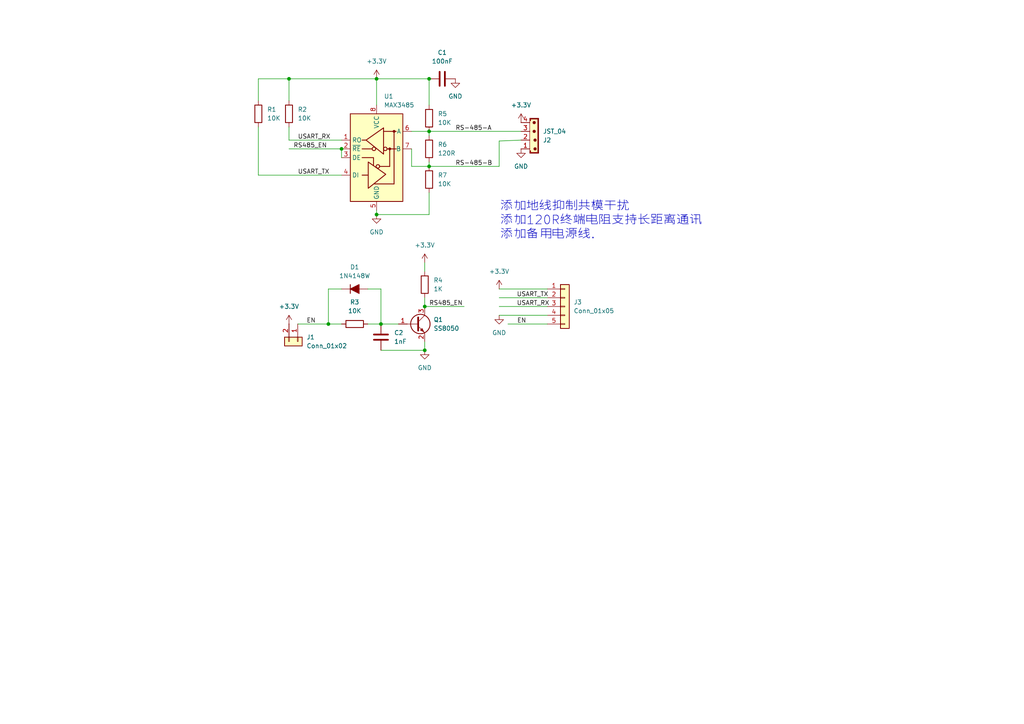
<source format=kicad_sch>
(kicad_sch
	(version 20250114)
	(generator "eeschema")
	(generator_version "9.0")
	(uuid "760b0e72-7728-4bb0-adbe-43628385549d")
	(paper "A4")
	(lib_symbols
		(symbol "Connector_Generic:Conn_01x02"
			(pin_names
				(offset 1.016)
				(hide yes)
			)
			(exclude_from_sim no)
			(in_bom yes)
			(on_board yes)
			(property "Reference" "J"
				(at 0 2.54 0)
				(effects
					(font
						(size 1.27 1.27)
					)
				)
			)
			(property "Value" "Conn_01x02"
				(at 0 -5.08 0)
				(effects
					(font
						(size 1.27 1.27)
					)
				)
			)
			(property "Footprint" ""
				(at 0 0 0)
				(effects
					(font
						(size 1.27 1.27)
					)
					(hide yes)
				)
			)
			(property "Datasheet" "~"
				(at 0 0 0)
				(effects
					(font
						(size 1.27 1.27)
					)
					(hide yes)
				)
			)
			(property "Description" "Generic connector, single row, 01x02, script generated (kicad-library-utils/schlib/autogen/connector/)"
				(at 0 0 0)
				(effects
					(font
						(size 1.27 1.27)
					)
					(hide yes)
				)
			)
			(property "ki_keywords" "connector"
				(at 0 0 0)
				(effects
					(font
						(size 1.27 1.27)
					)
					(hide yes)
				)
			)
			(property "ki_fp_filters" "Connector*:*_1x??_*"
				(at 0 0 0)
				(effects
					(font
						(size 1.27 1.27)
					)
					(hide yes)
				)
			)
			(symbol "Conn_01x02_1_1"
				(rectangle
					(start -1.27 1.27)
					(end 1.27 -3.81)
					(stroke
						(width 0.254)
						(type default)
					)
					(fill
						(type background)
					)
				)
				(rectangle
					(start -1.27 0.127)
					(end 0 -0.127)
					(stroke
						(width 0.1524)
						(type default)
					)
					(fill
						(type none)
					)
				)
				(rectangle
					(start -1.27 -2.413)
					(end 0 -2.667)
					(stroke
						(width 0.1524)
						(type default)
					)
					(fill
						(type none)
					)
				)
				(pin passive line
					(at -5.08 0 0)
					(length 3.81)
					(name "Pin_1"
						(effects
							(font
								(size 1.27 1.27)
							)
						)
					)
					(number "1"
						(effects
							(font
								(size 1.27 1.27)
							)
						)
					)
				)
				(pin passive line
					(at -5.08 -2.54 0)
					(length 3.81)
					(name "Pin_2"
						(effects
							(font
								(size 1.27 1.27)
							)
						)
					)
					(number "2"
						(effects
							(font
								(size 1.27 1.27)
							)
						)
					)
				)
			)
			(embedded_fonts no)
		)
		(symbol "Connector_Generic:Conn_01x05"
			(pin_names
				(offset 1.016)
				(hide yes)
			)
			(exclude_from_sim no)
			(in_bom yes)
			(on_board yes)
			(property "Reference" "J"
				(at 0 7.62 0)
				(effects
					(font
						(size 1.27 1.27)
					)
				)
			)
			(property "Value" "Conn_01x05"
				(at 0 -7.62 0)
				(effects
					(font
						(size 1.27 1.27)
					)
				)
			)
			(property "Footprint" ""
				(at 0 0 0)
				(effects
					(font
						(size 1.27 1.27)
					)
					(hide yes)
				)
			)
			(property "Datasheet" "~"
				(at 0 0 0)
				(effects
					(font
						(size 1.27 1.27)
					)
					(hide yes)
				)
			)
			(property "Description" "Generic connector, single row, 01x05, script generated (kicad-library-utils/schlib/autogen/connector/)"
				(at 0 0 0)
				(effects
					(font
						(size 1.27 1.27)
					)
					(hide yes)
				)
			)
			(property "ki_keywords" "connector"
				(at 0 0 0)
				(effects
					(font
						(size 1.27 1.27)
					)
					(hide yes)
				)
			)
			(property "ki_fp_filters" "Connector*:*_1x??_*"
				(at 0 0 0)
				(effects
					(font
						(size 1.27 1.27)
					)
					(hide yes)
				)
			)
			(symbol "Conn_01x05_1_1"
				(rectangle
					(start -1.27 6.35)
					(end 1.27 -6.35)
					(stroke
						(width 0.254)
						(type default)
					)
					(fill
						(type background)
					)
				)
				(rectangle
					(start -1.27 5.207)
					(end 0 4.953)
					(stroke
						(width 0.1524)
						(type default)
					)
					(fill
						(type none)
					)
				)
				(rectangle
					(start -1.27 2.667)
					(end 0 2.413)
					(stroke
						(width 0.1524)
						(type default)
					)
					(fill
						(type none)
					)
				)
				(rectangle
					(start -1.27 0.127)
					(end 0 -0.127)
					(stroke
						(width 0.1524)
						(type default)
					)
					(fill
						(type none)
					)
				)
				(rectangle
					(start -1.27 -2.413)
					(end 0 -2.667)
					(stroke
						(width 0.1524)
						(type default)
					)
					(fill
						(type none)
					)
				)
				(rectangle
					(start -1.27 -4.953)
					(end 0 -5.207)
					(stroke
						(width 0.1524)
						(type default)
					)
					(fill
						(type none)
					)
				)
				(pin passive line
					(at -5.08 5.08 0)
					(length 3.81)
					(name "Pin_1"
						(effects
							(font
								(size 1.27 1.27)
							)
						)
					)
					(number "1"
						(effects
							(font
								(size 1.27 1.27)
							)
						)
					)
				)
				(pin passive line
					(at -5.08 2.54 0)
					(length 3.81)
					(name "Pin_2"
						(effects
							(font
								(size 1.27 1.27)
							)
						)
					)
					(number "2"
						(effects
							(font
								(size 1.27 1.27)
							)
						)
					)
				)
				(pin passive line
					(at -5.08 0 0)
					(length 3.81)
					(name "Pin_3"
						(effects
							(font
								(size 1.27 1.27)
							)
						)
					)
					(number "3"
						(effects
							(font
								(size 1.27 1.27)
							)
						)
					)
				)
				(pin passive line
					(at -5.08 -2.54 0)
					(length 3.81)
					(name "Pin_4"
						(effects
							(font
								(size 1.27 1.27)
							)
						)
					)
					(number "4"
						(effects
							(font
								(size 1.27 1.27)
							)
						)
					)
				)
				(pin passive line
					(at -5.08 -5.08 0)
					(length 3.81)
					(name "Pin_5"
						(effects
							(font
								(size 1.27 1.27)
							)
						)
					)
					(number "5"
						(effects
							(font
								(size 1.27 1.27)
							)
						)
					)
				)
			)
			(embedded_fonts no)
		)
		(symbol "Interface_UART:MAX3485"
			(exclude_from_sim no)
			(in_bom yes)
			(on_board yes)
			(property "Reference" "U"
				(at -6.985 13.97 0)
				(effects
					(font
						(size 1.27 1.27)
					)
				)
			)
			(property "Value" "MAX3485"
				(at 1.905 13.97 0)
				(effects
					(font
						(size 1.27 1.27)
					)
					(justify left)
				)
			)
			(property "Footprint" "Package_SO:SOIC-8_3.9x4.9mm_P1.27mm"
				(at 0 -22.86 0)
				(effects
					(font
						(size 1.27 1.27)
					)
					(hide yes)
				)
			)
			(property "Datasheet" "https://datasheets.maximintegrated.com/en/ds/MAX3483-MAX3491.pdf"
				(at 0 1.27 0)
				(effects
					(font
						(size 1.27 1.27)
					)
					(hide yes)
				)
			)
			(property "Description" "True RS-485/RS-422, 10Mbps, Slew-Rate Limited, with low-power shutdown, with receiver/driver enable, 32 receiver drive capacitity, DIP-8 and SOIC-8"
				(at 0 0 0)
				(effects
					(font
						(size 1.27 1.27)
					)
					(hide yes)
				)
			)
			(property "ki_keywords" "RS-485 RS-422 UART line-driver transceiver"
				(at 0 0 0)
				(effects
					(font
						(size 1.27 1.27)
					)
					(hide yes)
				)
			)
			(property "ki_fp_filters" "DIP*W7.62mm* SOIC*3.9x4.9mm*P1.27mm*"
				(at 0 0 0)
				(effects
					(font
						(size 1.27 1.27)
					)
					(hide yes)
				)
			)
			(symbol "MAX3485_0_1"
				(rectangle
					(start -7.62 12.7)
					(end 7.62 -12.7)
					(stroke
						(width 0.254)
						(type default)
					)
					(fill
						(type background)
					)
				)
				(polyline
					(pts
						(xy -4.191 2.54) (xy -1.27 2.54)
					)
					(stroke
						(width 0.254)
						(type default)
					)
					(fill
						(type none)
					)
				)
				(polyline
					(pts
						(xy -4.191 0) (xy -0.889 0) (xy -0.889 -2.286)
					)
					(stroke
						(width 0.254)
						(type default)
					)
					(fill
						(type none)
					)
				)
				(polyline
					(pts
						(xy -3.175 5.08) (xy -4.191 5.08) (xy -4.064 5.08)
					)
					(stroke
						(width 0.254)
						(type default)
					)
					(fill
						(type none)
					)
				)
				(polyline
					(pts
						(xy -2.54 -5.08) (xy -4.191 -5.08)
					)
					(stroke
						(width 0.254)
						(type default)
					)
					(fill
						(type none)
					)
				)
				(polyline
					(pts
						(xy -2.413 -5.08) (xy -2.413 -1.27) (xy 2.667 -4.826) (xy -2.413 -8.89) (xy -2.413 -5.08)
					)
					(stroke
						(width 0.254)
						(type default)
					)
					(fill
						(type none)
					)
				)
				(polyline
					(pts
						(xy -0.635 -7.62) (xy 5.08 -7.62)
					)
					(stroke
						(width 0.254)
						(type default)
					)
					(fill
						(type none)
					)
				)
				(circle
					(center 0.381 -2.54)
					(radius 0.508)
					(stroke
						(width 0.254)
						(type default)
					)
					(fill
						(type none)
					)
				)
				(polyline
					(pts
						(xy 0.889 -2.54) (xy 3.81 -2.54)
					)
					(stroke
						(width 0.254)
						(type default)
					)
					(fill
						(type none)
					)
				)
				(polyline
					(pts
						(xy 2.032 7.62) (xy 5.715 7.62)
					)
					(stroke
						(width 0.254)
						(type default)
					)
					(fill
						(type none)
					)
				)
				(polyline
					(pts
						(xy 3.048 2.54) (xy 5.715 2.54)
					)
					(stroke
						(width 0.254)
						(type default)
					)
					(fill
						(type none)
					)
				)
				(circle
					(center 3.81 2.54)
					(radius 0.2794)
					(stroke
						(width 0.254)
						(type default)
					)
					(fill
						(type outline)
					)
				)
				(polyline
					(pts
						(xy 3.81 -2.54) (xy 3.81 2.54)
					)
					(stroke
						(width 0.254)
						(type default)
					)
					(fill
						(type none)
					)
				)
				(polyline
					(pts
						(xy 5.08 -7.62) (xy 5.08 7.62)
					)
					(stroke
						(width 0.254)
						(type default)
					)
					(fill
						(type none)
					)
				)
			)
			(symbol "MAX3485_1_1"
				(circle
					(center -0.762 2.54)
					(radius 0.508)
					(stroke
						(width 0.254)
						(type default)
					)
					(fill
						(type none)
					)
				)
				(polyline
					(pts
						(xy 2.032 4.826) (xy 2.032 8.636) (xy -3.048 5.08) (xy 2.032 1.016) (xy 2.032 4.826)
					)
					(stroke
						(width 0.254)
						(type default)
					)
					(fill
						(type none)
					)
				)
				(circle
					(center 2.54 2.54)
					(radius 0.508)
					(stroke
						(width 0.254)
						(type default)
					)
					(fill
						(type none)
					)
				)
				(circle
					(center 5.08 7.62)
					(radius 0.2794)
					(stroke
						(width 0.254)
						(type default)
					)
					(fill
						(type outline)
					)
				)
				(pin output line
					(at -10.16 5.08 0)
					(length 2.54)
					(name "RO"
						(effects
							(font
								(size 1.27 1.27)
							)
						)
					)
					(number "1"
						(effects
							(font
								(size 1.27 1.27)
							)
						)
					)
				)
				(pin input line
					(at -10.16 2.54 0)
					(length 2.54)
					(name "~{RE}"
						(effects
							(font
								(size 1.27 1.27)
							)
						)
					)
					(number "2"
						(effects
							(font
								(size 1.27 1.27)
							)
						)
					)
				)
				(pin input line
					(at -10.16 0 0)
					(length 2.54)
					(name "DE"
						(effects
							(font
								(size 1.27 1.27)
							)
						)
					)
					(number "3"
						(effects
							(font
								(size 1.27 1.27)
							)
						)
					)
				)
				(pin input line
					(at -10.16 -5.08 0)
					(length 2.54)
					(name "DI"
						(effects
							(font
								(size 1.27 1.27)
							)
						)
					)
					(number "4"
						(effects
							(font
								(size 1.27 1.27)
							)
						)
					)
				)
				(pin power_in line
					(at 0 15.24 270)
					(length 2.54)
					(name "VCC"
						(effects
							(font
								(size 1.27 1.27)
							)
						)
					)
					(number "8"
						(effects
							(font
								(size 1.27 1.27)
							)
						)
					)
				)
				(pin power_in line
					(at 0 -15.24 90)
					(length 2.54)
					(name "GND"
						(effects
							(font
								(size 1.27 1.27)
							)
						)
					)
					(number "5"
						(effects
							(font
								(size 1.27 1.27)
							)
						)
					)
				)
				(pin bidirectional line
					(at 10.16 7.62 180)
					(length 2.54)
					(name "A"
						(effects
							(font
								(size 1.27 1.27)
							)
						)
					)
					(number "6"
						(effects
							(font
								(size 1.27 1.27)
							)
						)
					)
				)
				(pin bidirectional line
					(at 10.16 2.54 180)
					(length 2.54)
					(name "B"
						(effects
							(font
								(size 1.27 1.27)
							)
						)
					)
					(number "7"
						(effects
							(font
								(size 1.27 1.27)
							)
						)
					)
				)
			)
			(embedded_fonts no)
		)
		(symbol "PCM_Capacitor_AKL:C_1206"
			(pin_numbers
				(hide yes)
			)
			(pin_names
				(offset 0.254)
			)
			(exclude_from_sim no)
			(in_bom yes)
			(on_board yes)
			(property "Reference" "C"
				(at 0.635 2.54 0)
				(effects
					(font
						(size 1.27 1.27)
					)
					(justify left)
				)
			)
			(property "Value" "C_1206"
				(at 0.635 -2.54 0)
				(effects
					(font
						(size 1.27 1.27)
					)
					(justify left)
				)
			)
			(property "Footprint" "PCM_Capacitor_SMD_AKL:C_1206_3216Metric"
				(at 0.9652 -3.81 0)
				(effects
					(font
						(size 1.27 1.27)
					)
					(hide yes)
				)
			)
			(property "Datasheet" "~"
				(at 0 0 0)
				(effects
					(font
						(size 1.27 1.27)
					)
					(hide yes)
				)
			)
			(property "Description" "SMD 1206 MLCC capacitor, Alternate KiCad Library"
				(at 0 0 0)
				(effects
					(font
						(size 1.27 1.27)
					)
					(hide yes)
				)
			)
			(property "ki_keywords" "cap capacitor ceramic chip mlcc smd 1206"
				(at 0 0 0)
				(effects
					(font
						(size 1.27 1.27)
					)
					(hide yes)
				)
			)
			(property "ki_fp_filters" "C_*"
				(at 0 0 0)
				(effects
					(font
						(size 1.27 1.27)
					)
					(hide yes)
				)
			)
			(symbol "C_1206_0_1"
				(polyline
					(pts
						(xy -2.032 0.762) (xy 2.032 0.762)
					)
					(stroke
						(width 0.508)
						(type default)
					)
					(fill
						(type none)
					)
				)
				(polyline
					(pts
						(xy -2.032 -0.762) (xy 2.032 -0.762)
					)
					(stroke
						(width 0.508)
						(type default)
					)
					(fill
						(type none)
					)
				)
			)
			(symbol "C_1206_0_2"
				(polyline
					(pts
						(xy -2.54 -2.54) (xy -0.381 -0.381)
					)
					(stroke
						(width 0)
						(type default)
					)
					(fill
						(type none)
					)
				)
				(polyline
					(pts
						(xy -0.508 -0.508) (xy -1.651 0.635)
					)
					(stroke
						(width 0.508)
						(type default)
					)
					(fill
						(type none)
					)
				)
				(polyline
					(pts
						(xy -0.508 -0.508) (xy 0.635 -1.651)
					)
					(stroke
						(width 0.508)
						(type default)
					)
					(fill
						(type none)
					)
				)
				(polyline
					(pts
						(xy 0.381 0.381) (xy 2.54 2.54)
					)
					(stroke
						(width 0)
						(type default)
					)
					(fill
						(type none)
					)
				)
				(polyline
					(pts
						(xy 0.508 0.508) (xy -0.635 1.651)
					)
					(stroke
						(width 0.508)
						(type default)
					)
					(fill
						(type none)
					)
				)
				(polyline
					(pts
						(xy 0.508 0.508) (xy 1.651 -0.635)
					)
					(stroke
						(width 0.508)
						(type default)
					)
					(fill
						(type none)
					)
				)
			)
			(symbol "C_1206_1_1"
				(pin passive line
					(at 0 3.81 270)
					(length 2.794)
					(name "~"
						(effects
							(font
								(size 1.27 1.27)
							)
						)
					)
					(number "1"
						(effects
							(font
								(size 1.27 1.27)
							)
						)
					)
				)
				(pin passive line
					(at 0 -3.81 90)
					(length 2.794)
					(name "~"
						(effects
							(font
								(size 1.27 1.27)
							)
						)
					)
					(number "2"
						(effects
							(font
								(size 1.27 1.27)
							)
						)
					)
				)
			)
			(symbol "C_1206_1_2"
				(pin passive line
					(at -2.54 -2.54 90)
					(length 0)
					(name "~"
						(effects
							(font
								(size 1.27 1.27)
							)
						)
					)
					(number "2"
						(effects
							(font
								(size 1.27 1.27)
							)
						)
					)
				)
				(pin passive line
					(at 2.54 2.54 270)
					(length 0)
					(name "~"
						(effects
							(font
								(size 1.27 1.27)
							)
						)
					)
					(number "1"
						(effects
							(font
								(size 1.27 1.27)
							)
						)
					)
				)
			)
			(embedded_fonts no)
		)
		(symbol "PCM_Diode_AKL:1N4148W"
			(pin_numbers
				(hide yes)
			)
			(pin_names
				(offset 1.016)
				(hide yes)
			)
			(exclude_from_sim no)
			(in_bom yes)
			(on_board yes)
			(property "Reference" "D"
				(at 0 5.08 0)
				(effects
					(font
						(size 1.27 1.27)
					)
				)
			)
			(property "Value" "1N4148W"
				(at 0 2.54 0)
				(effects
					(font
						(size 1.27 1.27)
					)
				)
			)
			(property "Footprint" "PCM_Diode_SMD_AKL:D_SOD-123"
				(at 0 0 0)
				(effects
					(font
						(size 1.27 1.27)
					)
					(hide yes)
				)
			)
			(property "Datasheet" "https://datasheet.octopart.com/1N4148W-HE3-18-Vishay-datasheet-17291302.pdf"
				(at 0 0 0)
				(effects
					(font
						(size 1.27 1.27)
					)
					(hide yes)
				)
			)
			(property "Description" "SOD-123 Diode, Small Signal, Fast Switching, 75V, 150mA, 4ns, Alternate KiCad Library"
				(at 0 0 0)
				(effects
					(font
						(size 1.27 1.27)
					)
					(hide yes)
				)
			)
			(property "ki_keywords" "diode 1N4148W"
				(at 0 0 0)
				(effects
					(font
						(size 1.27 1.27)
					)
					(hide yes)
				)
			)
			(property "ki_fp_filters" "TO-???* *_Diode_* *SingleDiode* D_*"
				(at 0 0 0)
				(effects
					(font
						(size 1.27 1.27)
					)
					(hide yes)
				)
			)
			(symbol "1N4148W_0_1"
				(polyline
					(pts
						(xy -1.27 1.27) (xy -1.27 -1.27) (xy 1.27 0) (xy -1.27 1.27)
					)
					(stroke
						(width 0.254)
						(type default)
					)
					(fill
						(type outline)
					)
				)
				(polyline
					(pts
						(xy -1.27 0) (xy 1.27 0)
					)
					(stroke
						(width 0)
						(type default)
					)
					(fill
						(type none)
					)
				)
				(polyline
					(pts
						(xy 1.27 1.27) (xy 1.27 -1.27)
					)
					(stroke
						(width 0.254)
						(type default)
					)
					(fill
						(type none)
					)
				)
			)
			(symbol "1N4148W_0_2"
				(polyline
					(pts
						(xy -2.54 -2.54) (xy 2.54 2.54)
					)
					(stroke
						(width 0)
						(type default)
					)
					(fill
						(type none)
					)
				)
				(polyline
					(pts
						(xy -0.889 -0.889) (xy -1.778 0) (xy 0.889 0.889) (xy 0 -1.778) (xy -0.889 -0.889)
					)
					(stroke
						(width 0.254)
						(type default)
					)
					(fill
						(type outline)
					)
				)
				(polyline
					(pts
						(xy 0 1.778) (xy 1.778 0)
					)
					(stroke
						(width 0.254)
						(type default)
					)
					(fill
						(type none)
					)
				)
			)
			(symbol "1N4148W_1_1"
				(pin passive line
					(at -3.81 0 0)
					(length 2.54)
					(name "A"
						(effects
							(font
								(size 1.27 1.27)
							)
						)
					)
					(number "2"
						(effects
							(font
								(size 1.27 1.27)
							)
						)
					)
				)
				(pin passive line
					(at 3.81 0 180)
					(length 2.54)
					(name "K"
						(effects
							(font
								(size 1.27 1.27)
							)
						)
					)
					(number "1"
						(effects
							(font
								(size 1.27 1.27)
							)
						)
					)
				)
			)
			(symbol "1N4148W_1_2"
				(pin passive line
					(at -2.54 -2.54 0)
					(length 0)
					(name "A"
						(effects
							(font
								(size 1.27 1.27)
							)
						)
					)
					(number "2"
						(effects
							(font
								(size 1.27 1.27)
							)
						)
					)
				)
				(pin passive line
					(at 2.54 2.54 180)
					(length 0)
					(name "K"
						(effects
							(font
								(size 1.27 1.27)
							)
						)
					)
					(number "1"
						(effects
							(font
								(size 1.27 1.27)
							)
						)
					)
				)
			)
			(embedded_fonts no)
		)
		(symbol "PCM_Resistor_AKL:R_1206"
			(pin_numbers
				(hide yes)
			)
			(pin_names
				(offset 0)
			)
			(exclude_from_sim no)
			(in_bom yes)
			(on_board yes)
			(property "Reference" "R"
				(at 2.54 1.27 0)
				(effects
					(font
						(size 1.27 1.27)
					)
					(justify left)
				)
			)
			(property "Value" "R_1206"
				(at 2.54 -1.27 0)
				(effects
					(font
						(size 1.27 1.27)
					)
					(justify left)
				)
			)
			(property "Footprint" "PCM_Resistor_SMD_AKL:R_1206_3216Metric"
				(at 0 -11.43 0)
				(effects
					(font
						(size 1.27 1.27)
					)
					(hide yes)
				)
			)
			(property "Datasheet" "~"
				(at 0 0 0)
				(effects
					(font
						(size 1.27 1.27)
					)
					(hide yes)
				)
			)
			(property "Description" "SMD 1206 Chip Resistor, European Symbol, Alternate KiCad Library"
				(at 0 0 0)
				(effects
					(font
						(size 1.27 1.27)
					)
					(hide yes)
				)
			)
			(property "ki_keywords" "R res resistor eu  smd 1206"
				(at 0 0 0)
				(effects
					(font
						(size 1.27 1.27)
					)
					(hide yes)
				)
			)
			(property "ki_fp_filters" "R_*"
				(at 0 0 0)
				(effects
					(font
						(size 1.27 1.27)
					)
					(hide yes)
				)
			)
			(symbol "R_1206_0_1"
				(rectangle
					(start -1.016 2.54)
					(end 1.016 -2.54)
					(stroke
						(width 0.254)
						(type default)
					)
					(fill
						(type none)
					)
				)
			)
			(symbol "R_1206_0_2"
				(polyline
					(pts
						(xy -2.54 -2.54) (xy -1.524 -1.524)
					)
					(stroke
						(width 0)
						(type default)
					)
					(fill
						(type none)
					)
				)
				(polyline
					(pts
						(xy 1.524 1.524) (xy 2.54 2.54)
					)
					(stroke
						(width 0)
						(type default)
					)
					(fill
						(type none)
					)
				)
				(polyline
					(pts
						(xy 1.524 1.524) (xy 0.889 2.159) (xy -2.159 -0.889) (xy -0.889 -2.159) (xy 2.159 0.889) (xy 1.524 1.524)
					)
					(stroke
						(width 0.254)
						(type default)
					)
					(fill
						(type none)
					)
				)
			)
			(symbol "R_1206_1_1"
				(pin passive line
					(at 0 3.81 270)
					(length 1.27)
					(name "~"
						(effects
							(font
								(size 1.27 1.27)
							)
						)
					)
					(number "1"
						(effects
							(font
								(size 1.27 1.27)
							)
						)
					)
				)
				(pin passive line
					(at 0 -3.81 90)
					(length 1.27)
					(name "~"
						(effects
							(font
								(size 1.27 1.27)
							)
						)
					)
					(number "2"
						(effects
							(font
								(size 1.27 1.27)
							)
						)
					)
				)
			)
			(symbol "R_1206_1_2"
				(pin passive line
					(at -2.54 -2.54 0)
					(length 0)
					(name ""
						(effects
							(font
								(size 1.27 1.27)
							)
						)
					)
					(number "2"
						(effects
							(font
								(size 1.27 1.27)
							)
						)
					)
				)
				(pin passive line
					(at 2.54 2.54 180)
					(length 0)
					(name ""
						(effects
							(font
								(size 1.27 1.27)
							)
						)
					)
					(number "1"
						(effects
							(font
								(size 1.27 1.27)
							)
						)
					)
				)
			)
			(embedded_fonts no)
		)
		(symbol "PCM_SL_Connectors:JST_04"
			(exclude_from_sim no)
			(in_bom yes)
			(on_board yes)
			(property "Reference" "J"
				(at 0 10.414 0)
				(effects
					(font
						(size 1.27 1.27)
					)
				)
			)
			(property "Value" "JST_04"
				(at 0 7.874 0)
				(effects
					(font
						(size 1.27 1.27)
					)
				)
			)
			(property "Footprint" "Connector_JST:JST_EH_B4B-EH-A_1x04_P2.50mm_Vertical"
				(at 0 9.144 0)
				(effects
					(font
						(size 1.27 1.27)
					)
					(hide yes)
				)
			)
			(property "Datasheet" ""
				(at 0 9.144 0)
				(effects
					(font
						(size 1.27 1.27)
					)
					(hide yes)
				)
			)
			(property "Description" "JST Connector  4 pins"
				(at 0 0 0)
				(effects
					(font
						(size 1.27 1.27)
					)
					(hide yes)
				)
			)
			(property "ki_keywords" "JST"
				(at 0 0 0)
				(effects
					(font
						(size 1.27 1.27)
					)
					(hide yes)
				)
			)
			(property "ki_fp_filters" "Connector_JST:JST_EH_S4B-EH_1x04_P2.50mm_Horizontal"
				(at 0 0 0)
				(effects
					(font
						(size 1.27 1.27)
					)
					(hide yes)
				)
			)
			(symbol "JST_04_0_1"
				(rectangle
					(start -1.27 5.334)
					(end 1.27 -4.826)
					(stroke
						(width 0)
						(type default)
					)
					(fill
						(type background)
					)
				)
				(polyline
					(pts
						(xy -1.27 -4.064) (xy -1.27 -4.826) (xy 1.27 -4.826) (xy 1.27 -4.064) (xy 1.016 -4.064) (xy 1.016 -4.572)
						(xy -1.016 -4.572) (xy -1.016 -4.064) (xy -1.27 -4.064)
					)
					(stroke
						(width 0)
						(type default)
					)
					(fill
						(type outline)
					)
				)
				(circle
					(center 0 -1.016)
					(radius 0.381)
					(stroke
						(width 0)
						(type default)
					)
					(fill
						(type outline)
					)
				)
				(circle
					(center 0 -3.556)
					(radius 0.381)
					(stroke
						(width 0)
						(type default)
					)
					(fill
						(type outline)
					)
				)
				(circle
					(center 0.254 4.064)
					(radius 0.381)
					(stroke
						(width 0)
						(type default)
					)
					(fill
						(type outline)
					)
				)
				(circle
					(center 0.254 1.524)
					(radius 0.381)
					(stroke
						(width 0)
						(type default)
					)
					(fill
						(type outline)
					)
				)
				(rectangle
					(start 1.016 4.572)
					(end 1.27 -4.064)
					(stroke
						(width 0)
						(type default)
					)
					(fill
						(type outline)
					)
				)
				(polyline
					(pts
						(xy 1.27 4.572) (xy 1.27 5.334) (xy -1.27 5.334) (xy -1.27 4.572) (xy -1.016 4.572) (xy -1.016 5.08)
						(xy 1.016 5.08) (xy 1.016 4.572) (xy 1.27 4.572)
					)
					(stroke
						(width 0)
						(type default)
					)
					(fill
						(type outline)
					)
				)
			)
			(symbol "JST_04_1_1"
				(pin passive line
					(at -3.81 4.064 0)
					(length 2.54)
					(name ""
						(effects
							(font
								(size 1.27 1.27)
							)
						)
					)
					(number "1"
						(effects
							(font
								(size 1.27 1.27)
							)
						)
					)
				)
				(pin passive line
					(at -3.81 1.524 0)
					(length 2.54)
					(name ""
						(effects
							(font
								(size 1.27 1.27)
							)
						)
					)
					(number "2"
						(effects
							(font
								(size 1.27 1.27)
							)
						)
					)
				)
				(pin passive line
					(at -3.81 -1.016 0)
					(length 2.54)
					(name ""
						(effects
							(font
								(size 1.27 1.27)
							)
						)
					)
					(number "3"
						(effects
							(font
								(size 1.27 1.27)
							)
						)
					)
				)
				(pin passive line
					(at -3.81 -3.556 0)
					(length 2.54)
					(name ""
						(effects
							(font
								(size 1.27 1.27)
							)
						)
					)
					(number "4"
						(effects
							(font
								(size 1.27 1.27)
							)
						)
					)
				)
			)
			(embedded_fonts no)
		)
		(symbol "Transistor_BJT:SS8050"
			(pin_names
				(offset 0)
				(hide yes)
			)
			(exclude_from_sim no)
			(in_bom yes)
			(on_board yes)
			(property "Reference" "Q"
				(at 5.08 1.905 0)
				(effects
					(font
						(size 1.27 1.27)
					)
					(justify left)
				)
			)
			(property "Value" "SS8050"
				(at 5.08 0 0)
				(effects
					(font
						(size 1.27 1.27)
					)
					(justify left)
				)
			)
			(property "Footprint" "Package_TO_SOT_SMD:SOT-23"
				(at 5.08 -7.366 0)
				(effects
					(font
						(size 1.27 1.27)
						(italic yes)
					)
					(justify left)
					(hide yes)
				)
			)
			(property "Datasheet" "http://www.secosgmbh.com/datasheet/products/SSMPTransistor/SOT-23/SS8050.pdf"
				(at 5.08 -4.826 0)
				(effects
					(font
						(size 1.27 1.27)
					)
					(justify left)
					(hide yes)
				)
			)
			(property "Description" "General Purpose NPN Transistor, 1.5A Ic, 25V Vce, SOT-23"
				(at 34.036 -2.286 0)
				(effects
					(font
						(size 1.27 1.27)
					)
					(hide yes)
				)
			)
			(property "ki_keywords" "SS8050 NPN Transistor"
				(at 0 0 0)
				(effects
					(font
						(size 1.27 1.27)
					)
					(hide yes)
				)
			)
			(property "ki_fp_filters" "SOT?23*"
				(at 0 0 0)
				(effects
					(font
						(size 1.27 1.27)
					)
					(hide yes)
				)
			)
			(symbol "SS8050_0_1"
				(polyline
					(pts
						(xy -2.54 0) (xy 0.635 0)
					)
					(stroke
						(width 0)
						(type default)
					)
					(fill
						(type none)
					)
				)
				(polyline
					(pts
						(xy 0.635 1.905) (xy 0.635 -1.905)
					)
					(stroke
						(width 0.508)
						(type default)
					)
					(fill
						(type none)
					)
				)
				(circle
					(center 1.27 0)
					(radius 2.8194)
					(stroke
						(width 0.254)
						(type default)
					)
					(fill
						(type none)
					)
				)
			)
			(symbol "SS8050_1_1"
				(polyline
					(pts
						(xy 0.635 0.635) (xy 2.54 2.54)
					)
					(stroke
						(width 0)
						(type default)
					)
					(fill
						(type none)
					)
				)
				(polyline
					(pts
						(xy 0.635 -0.635) (xy 2.54 -2.54)
					)
					(stroke
						(width 0)
						(type default)
					)
					(fill
						(type none)
					)
				)
				(polyline
					(pts
						(xy 1.27 -1.778) (xy 1.778 -1.27) (xy 2.286 -2.286) (xy 1.27 -1.778)
					)
					(stroke
						(width 0)
						(type default)
					)
					(fill
						(type outline)
					)
				)
				(pin input line
					(at -5.08 0 0)
					(length 2.54)
					(name "B"
						(effects
							(font
								(size 1.27 1.27)
							)
						)
					)
					(number "1"
						(effects
							(font
								(size 1.27 1.27)
							)
						)
					)
				)
				(pin passive line
					(at 2.54 5.08 270)
					(length 2.54)
					(name "C"
						(effects
							(font
								(size 1.27 1.27)
							)
						)
					)
					(number "3"
						(effects
							(font
								(size 1.27 1.27)
							)
						)
					)
				)
				(pin passive line
					(at 2.54 -5.08 90)
					(length 2.54)
					(name "E"
						(effects
							(font
								(size 1.27 1.27)
							)
						)
					)
					(number "2"
						(effects
							(font
								(size 1.27 1.27)
							)
						)
					)
				)
			)
			(embedded_fonts no)
		)
		(symbol "power:+3.3V"
			(power)
			(pin_numbers
				(hide yes)
			)
			(pin_names
				(offset 0)
				(hide yes)
			)
			(exclude_from_sim no)
			(in_bom yes)
			(on_board yes)
			(property "Reference" "#PWR"
				(at 0 -3.81 0)
				(effects
					(font
						(size 1.27 1.27)
					)
					(hide yes)
				)
			)
			(property "Value" "+3.3V"
				(at 0 3.556 0)
				(effects
					(font
						(size 1.27 1.27)
					)
				)
			)
			(property "Footprint" ""
				(at 0 0 0)
				(effects
					(font
						(size 1.27 1.27)
					)
					(hide yes)
				)
			)
			(property "Datasheet" ""
				(at 0 0 0)
				(effects
					(font
						(size 1.27 1.27)
					)
					(hide yes)
				)
			)
			(property "Description" "Power symbol creates a global label with name \"+3.3V\""
				(at 0 0 0)
				(effects
					(font
						(size 1.27 1.27)
					)
					(hide yes)
				)
			)
			(property "ki_keywords" "global power"
				(at 0 0 0)
				(effects
					(font
						(size 1.27 1.27)
					)
					(hide yes)
				)
			)
			(symbol "+3.3V_0_1"
				(polyline
					(pts
						(xy -0.762 1.27) (xy 0 2.54)
					)
					(stroke
						(width 0)
						(type default)
					)
					(fill
						(type none)
					)
				)
				(polyline
					(pts
						(xy 0 2.54) (xy 0.762 1.27)
					)
					(stroke
						(width 0)
						(type default)
					)
					(fill
						(type none)
					)
				)
				(polyline
					(pts
						(xy 0 0) (xy 0 2.54)
					)
					(stroke
						(width 0)
						(type default)
					)
					(fill
						(type none)
					)
				)
			)
			(symbol "+3.3V_1_1"
				(pin power_in line
					(at 0 0 90)
					(length 0)
					(name "~"
						(effects
							(font
								(size 1.27 1.27)
							)
						)
					)
					(number "1"
						(effects
							(font
								(size 1.27 1.27)
							)
						)
					)
				)
			)
			(embedded_fonts no)
		)
		(symbol "power:GND"
			(power)
			(pin_numbers
				(hide yes)
			)
			(pin_names
				(offset 0)
				(hide yes)
			)
			(exclude_from_sim no)
			(in_bom yes)
			(on_board yes)
			(property "Reference" "#PWR"
				(at 0 -6.35 0)
				(effects
					(font
						(size 1.27 1.27)
					)
					(hide yes)
				)
			)
			(property "Value" "GND"
				(at 0 -3.81 0)
				(effects
					(font
						(size 1.27 1.27)
					)
				)
			)
			(property "Footprint" ""
				(at 0 0 0)
				(effects
					(font
						(size 1.27 1.27)
					)
					(hide yes)
				)
			)
			(property "Datasheet" ""
				(at 0 0 0)
				(effects
					(font
						(size 1.27 1.27)
					)
					(hide yes)
				)
			)
			(property "Description" "Power symbol creates a global label with name \"GND\" , ground"
				(at 0 0 0)
				(effects
					(font
						(size 1.27 1.27)
					)
					(hide yes)
				)
			)
			(property "ki_keywords" "global power"
				(at 0 0 0)
				(effects
					(font
						(size 1.27 1.27)
					)
					(hide yes)
				)
			)
			(symbol "GND_0_1"
				(polyline
					(pts
						(xy 0 0) (xy 0 -1.27) (xy 1.27 -1.27) (xy 0 -2.54) (xy -1.27 -1.27) (xy 0 -1.27)
					)
					(stroke
						(width 0)
						(type default)
					)
					(fill
						(type none)
					)
				)
			)
			(symbol "GND_1_1"
				(pin power_in line
					(at 0 0 270)
					(length 0)
					(name "~"
						(effects
							(font
								(size 1.27 1.27)
							)
						)
					)
					(number "1"
						(effects
							(font
								(size 1.27 1.27)
							)
						)
					)
				)
			)
			(embedded_fonts no)
		)
	)
	(text "添加地线抑制共模干扰\n添加120R终端电阻支持长距离通讯\n添加备用电源线."
		(exclude_from_sim no)
		(at 145.034 64.008 0)
		(effects
			(font
				(size 2.54 2.54)
			)
			(justify left)
		)
		(uuid "d5981e78-58dc-4d8e-92dd-43d0f4a42f44")
	)
	(junction
		(at 124.46 38.1)
		(diameter 0)
		(color 0 0 0 0)
		(uuid "041c97dd-5736-4d42-a8a8-f8f8a65f3894")
	)
	(junction
		(at 99.06 43.18)
		(diameter 0)
		(color 0 0 0 0)
		(uuid "2e53f4eb-9f90-4a63-854e-e5b7befbba61")
	)
	(junction
		(at 110.49 93.98)
		(diameter 0)
		(color 0 0 0 0)
		(uuid "6edbf839-c338-43c5-8136-9171fdd8cab2")
	)
	(junction
		(at 124.46 48.26)
		(diameter 0)
		(color 0 0 0 0)
		(uuid "749f187a-c611-46ea-85e8-fe54820a5e63")
	)
	(junction
		(at 123.19 101.6)
		(diameter 0)
		(color 0 0 0 0)
		(uuid "7b9c98d0-c0e9-4e8f-96e2-ab6e57372374")
	)
	(junction
		(at 83.82 22.86)
		(diameter 0)
		(color 0 0 0 0)
		(uuid "7bce4300-3518-4915-bca6-6811cdacc980")
	)
	(junction
		(at 109.22 62.23)
		(diameter 0)
		(color 0 0 0 0)
		(uuid "88318a6a-09c2-4057-9d05-7fc840a592a2")
	)
	(junction
		(at 109.22 22.86)
		(diameter 0)
		(color 0 0 0 0)
		(uuid "95d55863-6cb2-413f-b51e-6694fe8c57c0")
	)
	(junction
		(at 123.19 88.9)
		(diameter 0)
		(color 0 0 0 0)
		(uuid "ea7338f4-ce85-451b-a3bb-bddf687ba695")
	)
	(junction
		(at 95.25 93.98)
		(diameter 0)
		(color 0 0 0 0)
		(uuid "f5019db7-7402-49c5-b175-6098ca4211d4")
	)
	(junction
		(at 124.46 22.86)
		(diameter 0)
		(color 0 0 0 0)
		(uuid "fb3612f5-eca2-4210-893e-d59b9cf33723")
	)
	(wire
		(pts
			(xy 109.22 22.86) (xy 83.82 22.86)
		)
		(stroke
			(width 0)
			(type default)
		)
		(uuid "03a43c0c-84e4-40b0-a171-c58f647aab2c")
	)
	(wire
		(pts
			(xy 124.46 38.1) (xy 151.13 38.1)
		)
		(stroke
			(width 0)
			(type default)
		)
		(uuid "050c2d60-436e-4f9a-8ab3-91ef669be820")
	)
	(wire
		(pts
			(xy 147.32 93.98) (xy 158.75 93.98)
		)
		(stroke
			(width 0)
			(type default)
		)
		(uuid "081a8f44-5fd1-4ab8-a4cf-f406503c3127")
	)
	(wire
		(pts
			(xy 124.46 55.88) (xy 124.46 62.23)
		)
		(stroke
			(width 0)
			(type default)
		)
		(uuid "0cb87ac8-59ea-4fe2-a616-95ef83285b8d")
	)
	(wire
		(pts
			(xy 106.68 83.82) (xy 110.49 83.82)
		)
		(stroke
			(width 0)
			(type default)
		)
		(uuid "0d9fd2d6-233f-4734-9ac7-2c72b3b2be07")
	)
	(wire
		(pts
			(xy 86.36 93.98) (xy 95.25 93.98)
		)
		(stroke
			(width 0)
			(type default)
		)
		(uuid "14340d13-4859-4001-9878-a31256958e2f")
	)
	(wire
		(pts
			(xy 123.19 88.9) (xy 134.62 88.9)
		)
		(stroke
			(width 0)
			(type default)
		)
		(uuid "1beb6fa4-efac-4d5e-b818-fdbb0aed6e51")
	)
	(wire
		(pts
			(xy 144.78 40.894) (xy 151.13 40.64)
		)
		(stroke
			(width 0)
			(type default)
		)
		(uuid "1f84122c-c4d9-4cc9-be19-61da03693116")
	)
	(wire
		(pts
			(xy 74.93 50.8) (xy 99.06 50.8)
		)
		(stroke
			(width 0)
			(type default)
		)
		(uuid "216a17a7-8aee-4469-8831-aed2ac27cd44")
	)
	(wire
		(pts
			(xy 123.19 86.36) (xy 123.19 88.9)
		)
		(stroke
			(width 0)
			(type default)
		)
		(uuid "2b31dcf8-74e3-4b11-b701-d2cccf6e50fe")
	)
	(wire
		(pts
			(xy 144.78 88.9) (xy 158.75 88.9)
		)
		(stroke
			(width 0)
			(type default)
		)
		(uuid "3e76b049-9f45-4c88-a4ad-5c429a59cd0e")
	)
	(wire
		(pts
			(xy 95.25 93.98) (xy 99.06 93.98)
		)
		(stroke
			(width 0)
			(type default)
		)
		(uuid "44c982ae-0848-4641-bcd1-538281df73db")
	)
	(wire
		(pts
			(xy 144.78 86.36) (xy 158.75 86.36)
		)
		(stroke
			(width 0)
			(type default)
		)
		(uuid "497ec811-7d6f-4612-9579-04c49149d759")
	)
	(wire
		(pts
			(xy 74.93 36.83) (xy 74.93 50.8)
		)
		(stroke
			(width 0)
			(type default)
		)
		(uuid "4c14cb03-e737-40a6-978b-25444849dbfd")
	)
	(wire
		(pts
			(xy 124.46 22.86) (xy 109.22 22.86)
		)
		(stroke
			(width 0)
			(type default)
		)
		(uuid "59bc10ca-4493-4faa-8204-b9b94dbddd17")
	)
	(wire
		(pts
			(xy 106.68 93.98) (xy 110.49 93.98)
		)
		(stroke
			(width 0)
			(type default)
		)
		(uuid "5d23cab0-0465-45cc-9013-1e2d6681e248")
	)
	(wire
		(pts
			(xy 124.46 48.26) (xy 144.78 48.26)
		)
		(stroke
			(width 0)
			(type default)
		)
		(uuid "6551b33c-98bf-45cb-b89c-e720391cf051")
	)
	(wire
		(pts
			(xy 144.78 40.894) (xy 144.78 48.26)
		)
		(stroke
			(width 0)
			(type default)
		)
		(uuid "66f2837a-6e3a-4d25-a0a5-288636a3e1b6")
	)
	(wire
		(pts
			(xy 95.25 83.82) (xy 95.25 93.98)
		)
		(stroke
			(width 0)
			(type default)
		)
		(uuid "6768838b-06e5-4e92-aab4-ced5ef63638a")
	)
	(wire
		(pts
			(xy 110.49 93.98) (xy 115.57 93.98)
		)
		(stroke
			(width 0)
			(type default)
		)
		(uuid "69e9055c-5368-4312-a8b4-7eef60b40a0f")
	)
	(wire
		(pts
			(xy 83.82 22.86) (xy 83.82 29.21)
		)
		(stroke
			(width 0)
			(type default)
		)
		(uuid "792810f2-8e2f-46e4-8a13-7599895279ce")
	)
	(wire
		(pts
			(xy 119.38 38.1) (xy 124.46 38.1)
		)
		(stroke
			(width 0)
			(type default)
		)
		(uuid "7bf88633-cccf-4d61-a8f8-028b19c19fe7")
	)
	(wire
		(pts
			(xy 83.82 40.64) (xy 99.06 40.64)
		)
		(stroke
			(width 0)
			(type default)
		)
		(uuid "7e4d737b-4fb7-4cf1-845c-ae70358c35b3")
	)
	(wire
		(pts
			(xy 123.19 101.6) (xy 123.19 99.06)
		)
		(stroke
			(width 0)
			(type default)
		)
		(uuid "809154f5-aedb-452c-ad6a-37a2a9372e9e")
	)
	(wire
		(pts
			(xy 83.82 36.83) (xy 83.82 40.64)
		)
		(stroke
			(width 0)
			(type default)
		)
		(uuid "89a92899-7b36-48e4-a8a8-0ddba107bac7")
	)
	(wire
		(pts
			(xy 144.78 91.44) (xy 158.75 91.44)
		)
		(stroke
			(width 0)
			(type default)
		)
		(uuid "96d5310f-4ff0-42a0-a8ca-afe1876eb521")
	)
	(wire
		(pts
			(xy 109.22 22.86) (xy 109.22 30.48)
		)
		(stroke
			(width 0)
			(type default)
		)
		(uuid "9a015e13-9758-483f-84ba-859c3f5f771f")
	)
	(wire
		(pts
			(xy 144.78 83.82) (xy 158.75 83.82)
		)
		(stroke
			(width 0)
			(type default)
		)
		(uuid "a579a201-4eeb-4a10-87b0-dc644d7bd8a7")
	)
	(wire
		(pts
			(xy 124.46 46.99) (xy 124.46 48.26)
		)
		(stroke
			(width 0)
			(type default)
		)
		(uuid "a71b2a27-3c75-4363-84e0-3c09c937df7d")
	)
	(wire
		(pts
			(xy 124.46 62.23) (xy 109.22 62.23)
		)
		(stroke
			(width 0)
			(type default)
		)
		(uuid "a81d895d-643c-4252-b002-7312b1ef70ac")
	)
	(wire
		(pts
			(xy 110.49 83.82) (xy 110.49 93.98)
		)
		(stroke
			(width 0)
			(type default)
		)
		(uuid "ac81e52d-135e-4222-8fba-e8bac11ed9c3")
	)
	(wire
		(pts
			(xy 124.46 30.48) (xy 124.46 22.86)
		)
		(stroke
			(width 0)
			(type default)
		)
		(uuid "c5b96f8a-9cfb-437f-a9dc-322d0552d33e")
	)
	(wire
		(pts
			(xy 74.93 22.86) (xy 83.82 22.86)
		)
		(stroke
			(width 0)
			(type default)
		)
		(uuid "cd9e3eee-cbbe-45b5-a7e9-e2478ed17d6b")
	)
	(wire
		(pts
			(xy 124.46 38.1) (xy 124.46 39.37)
		)
		(stroke
			(width 0)
			(type default)
		)
		(uuid "d240d773-7983-41a1-851c-3ac73f978869")
	)
	(wire
		(pts
			(xy 119.38 48.26) (xy 124.46 48.26)
		)
		(stroke
			(width 0)
			(type default)
		)
		(uuid "d7e0ec2a-63c4-40b2-b57f-908762ea1771")
	)
	(wire
		(pts
			(xy 83.82 43.18) (xy 99.06 43.18)
		)
		(stroke
			(width 0)
			(type default)
		)
		(uuid "d965b1c2-5dd8-4b71-a336-7689c004d3d1")
	)
	(wire
		(pts
			(xy 99.06 83.82) (xy 95.25 83.82)
		)
		(stroke
			(width 0)
			(type default)
		)
		(uuid "d9f21970-83d9-4fab-92c3-9c6985e38eef")
	)
	(wire
		(pts
			(xy 110.49 101.6) (xy 123.19 101.6)
		)
		(stroke
			(width 0)
			(type default)
		)
		(uuid "e185e697-04f7-4cbe-8383-0b65a0e150c6")
	)
	(wire
		(pts
			(xy 74.93 29.21) (xy 74.93 22.86)
		)
		(stroke
			(width 0)
			(type default)
		)
		(uuid "e7dbc47b-137d-4247-9594-0159af1ac793")
	)
	(wire
		(pts
			(xy 99.06 43.18) (xy 99.06 45.72)
		)
		(stroke
			(width 0)
			(type default)
		)
		(uuid "ea3ba271-811e-4964-a3ff-81a0afac017f")
	)
	(wire
		(pts
			(xy 123.19 76.2) (xy 123.19 78.74)
		)
		(stroke
			(width 0)
			(type default)
		)
		(uuid "ef3cd5f3-5edb-411a-a18f-11739f2a72b9")
	)
	(wire
		(pts
			(xy 119.38 43.18) (xy 119.38 48.26)
		)
		(stroke
			(width 0)
			(type default)
		)
		(uuid "f0211b5f-d676-447e-a4d0-bc17c511e86b")
	)
	(wire
		(pts
			(xy 109.22 60.96) (xy 109.22 62.23)
		)
		(stroke
			(width 0)
			(type default)
		)
		(uuid "fae86803-92ab-4439-8fbc-6ffebfea6830")
	)
	(label "RS485_EN"
		(at 124.46 88.9 0)
		(effects
			(font
				(size 1.27 1.27)
			)
			(justify left bottom)
		)
		(uuid "3bdbf280-5a59-4fc6-9fda-494a27979039")
	)
	(label "USART_TX"
		(at 149.86 86.36 0)
		(effects
			(font
				(size 1.27 1.27)
			)
			(justify left bottom)
		)
		(uuid "3fb9439d-86fc-4388-85e2-5b20027331b1")
	)
	(label "EN"
		(at 149.9725 93.98 0)
		(effects
			(font
				(size 1.27 1.27)
			)
			(justify left bottom)
		)
		(uuid "4bdf7c87-4e7c-4c36-8158-097508928627")
	)
	(label "RS-485-B"
		(at 132.08 48.26 0)
		(effects
			(font
				(size 1.27 1.27)
			)
			(justify left bottom)
		)
		(uuid "4e3c23df-74fc-46e1-a51f-113ed2f4f692")
	)
	(label "USART_RX"
		(at 86.36 40.64 0)
		(effects
			(font
				(size 1.27 1.27)
			)
			(justify left bottom)
		)
		(uuid "52ccb750-1f11-4a93-bb41-de3016bb5ce9")
	)
	(label "RS485_EN"
		(at 85.09 43.18 0)
		(effects
			(font
				(size 1.27 1.27)
			)
			(justify left bottom)
		)
		(uuid "62b056fc-6b66-42c4-ba23-7bdf0ba4e1eb")
	)
	(label "USART_TX"
		(at 86.36 50.8 0)
		(effects
			(font
				(size 1.27 1.27)
			)
			(justify left bottom)
		)
		(uuid "86cdc41e-25ce-4bd8-8d05-a15b9654bce6")
	)
	(label "EN"
		(at 88.9 93.98 0)
		(effects
			(font
				(size 1.27 1.27)
			)
			(justify left bottom)
		)
		(uuid "c01d4629-42f2-4852-b62c-a5db03d8f46e")
	)
	(label "RS-485-A"
		(at 132.08 38.1 0)
		(effects
			(font
				(size 1.27 1.27)
			)
			(justify left bottom)
		)
		(uuid "cd3e0254-3669-46c4-8c64-043a1f33b02e")
	)
	(label "USART_RX"
		(at 149.86 88.9 0)
		(effects
			(font
				(size 1.27 1.27)
			)
			(justify left bottom)
		)
		(uuid "ff786b45-846e-4d7f-86a0-72dfcc469eac")
	)
	(symbol
		(lib_id "PCM_Resistor_AKL:R_1206")
		(at 74.93 33.02 0)
		(unit 1)
		(exclude_from_sim no)
		(in_bom yes)
		(on_board yes)
		(dnp no)
		(fields_autoplaced yes)
		(uuid "0af0f924-d49e-4c85-9d4a-67933971ce6a")
		(property "Reference" "R1"
			(at 77.47 31.7499 0)
			(effects
				(font
					(size 1.27 1.27)
				)
				(justify left)
			)
		)
		(property "Value" "10K"
			(at 77.47 34.2899 0)
			(effects
				(font
					(size 1.27 1.27)
				)
				(justify left)
			)
		)
		(property "Footprint" "PCM_Resistor_SMD_AKL:R_1206_3216Metric"
			(at 74.93 44.45 0)
			(effects
				(font
					(size 1.27 1.27)
				)
				(hide yes)
			)
		)
		(property "Datasheet" "~"
			(at 74.93 33.02 0)
			(effects
				(font
					(size 1.27 1.27)
				)
				(hide yes)
			)
		)
		(property "Description" "SMD 1206 Chip Resistor, European Symbol, Alternate KiCad Library"
			(at 74.93 33.02 0)
			(effects
				(font
					(size 1.27 1.27)
				)
				(hide yes)
			)
		)
		(pin "1"
			(uuid "38207e5f-bbe5-4c77-9ea4-a976e0b7270a")
		)
		(pin "2"
			(uuid "eebed9bf-c8e1-4954-a0f2-ce899ccb07a5")
		)
		(instances
			(project "MAX3485"
				(path "/760b0e72-7728-4bb0-adbe-43628385549d"
					(reference "R1")
					(unit 1)
				)
			)
		)
	)
	(symbol
		(lib_id "PCM_Resistor_AKL:R_1206")
		(at 102.87 93.98 90)
		(unit 1)
		(exclude_from_sim no)
		(in_bom yes)
		(on_board yes)
		(dnp no)
		(fields_autoplaced yes)
		(uuid "0e7f4b61-491a-4bbb-8282-e13ebd2f9b5f")
		(property "Reference" "R3"
			(at 102.87 87.63 90)
			(effects
				(font
					(size 1.27 1.27)
				)
			)
		)
		(property "Value" "10K"
			(at 102.87 90.17 90)
			(effects
				(font
					(size 1.27 1.27)
				)
			)
		)
		(property "Footprint" "PCM_Resistor_SMD_AKL:R_1206_3216Metric"
			(at 114.3 93.98 0)
			(effects
				(font
					(size 1.27 1.27)
				)
				(hide yes)
			)
		)
		(property "Datasheet" "~"
			(at 102.87 93.98 0)
			(effects
				(font
					(size 1.27 1.27)
				)
				(hide yes)
			)
		)
		(property "Description" "SMD 1206 Chip Resistor, European Symbol, Alternate KiCad Library"
			(at 102.87 93.98 0)
			(effects
				(font
					(size 1.27 1.27)
				)
				(hide yes)
			)
		)
		(pin "1"
			(uuid "7ab4a0a2-a371-47fe-9586-c328741d7b8d")
		)
		(pin "2"
			(uuid "1da39c47-5e84-49de-a634-379d29816c53")
		)
		(instances
			(project "MAX3485"
				(path "/760b0e72-7728-4bb0-adbe-43628385549d"
					(reference "R3")
					(unit 1)
				)
			)
		)
	)
	(symbol
		(lib_id "PCM_Diode_AKL:1N4148W")
		(at 102.87 83.82 180)
		(unit 1)
		(exclude_from_sim no)
		(in_bom yes)
		(on_board yes)
		(dnp no)
		(fields_autoplaced yes)
		(uuid "1f3027b9-9324-4152-97c3-e6fc0f1d96e9")
		(property "Reference" "D1"
			(at 102.87 77.47 0)
			(effects
				(font
					(size 1.27 1.27)
				)
			)
		)
		(property "Value" "1N4148W"
			(at 102.87 80.01 0)
			(effects
				(font
					(size 1.27 1.27)
				)
			)
		)
		(property "Footprint" "PCM_Diode_SMD_AKL:D_SOD-123"
			(at 102.87 83.82 0)
			(effects
				(font
					(size 1.27 1.27)
				)
				(hide yes)
			)
		)
		(property "Datasheet" "https://datasheet.octopart.com/1N4148W-HE3-18-Vishay-datasheet-17291302.pdf"
			(at 102.87 83.82 0)
			(effects
				(font
					(size 1.27 1.27)
				)
				(hide yes)
			)
		)
		(property "Description" "SOD-123 Diode, Small Signal, Fast Switching, 75V, 150mA, 4ns, Alternate KiCad Library"
			(at 102.87 83.82 0)
			(effects
				(font
					(size 1.27 1.27)
				)
				(hide yes)
			)
		)
		(pin "1"
			(uuid "7856b2f8-6f83-46c7-ba96-e4ff46d420bf")
		)
		(pin "2"
			(uuid "ce8b1002-7995-4cc1-bad3-479a6d1f19f1")
		)
		(instances
			(project ""
				(path "/760b0e72-7728-4bb0-adbe-43628385549d"
					(reference "D1")
					(unit 1)
				)
			)
		)
	)
	(symbol
		(lib_id "PCM_Resistor_AKL:R_1206")
		(at 83.82 33.02 0)
		(unit 1)
		(exclude_from_sim no)
		(in_bom yes)
		(on_board yes)
		(dnp no)
		(fields_autoplaced yes)
		(uuid "3f602f4e-4429-4e67-b634-db4b89f2051d")
		(property "Reference" "R2"
			(at 86.36 31.7499 0)
			(effects
				(font
					(size 1.27 1.27)
				)
				(justify left)
			)
		)
		(property "Value" "10K"
			(at 86.36 34.2899 0)
			(effects
				(font
					(size 1.27 1.27)
				)
				(justify left)
			)
		)
		(property "Footprint" "PCM_Resistor_SMD_AKL:R_1206_3216Metric"
			(at 83.82 44.45 0)
			(effects
				(font
					(size 1.27 1.27)
				)
				(hide yes)
			)
		)
		(property "Datasheet" "~"
			(at 83.82 33.02 0)
			(effects
				(font
					(size 1.27 1.27)
				)
				(hide yes)
			)
		)
		(property "Description" "SMD 1206 Chip Resistor, European Symbol, Alternate KiCad Library"
			(at 83.82 33.02 0)
			(effects
				(font
					(size 1.27 1.27)
				)
				(hide yes)
			)
		)
		(pin "1"
			(uuid "0671e308-9fd0-43fa-9f6d-417a2f741af7")
		)
		(pin "2"
			(uuid "3ef17500-8db1-45ab-ae04-09bede47b5f0")
		)
		(instances
			(project "MAX3485"
				(path "/760b0e72-7728-4bb0-adbe-43628385549d"
					(reference "R2")
					(unit 1)
				)
			)
		)
	)
	(symbol
		(lib_id "PCM_Capacitor_AKL:C_1206")
		(at 128.27 22.86 90)
		(unit 1)
		(exclude_from_sim no)
		(in_bom yes)
		(on_board yes)
		(dnp no)
		(fields_autoplaced yes)
		(uuid "43e4eb32-3592-4b73-bf10-865179f94771")
		(property "Reference" "C1"
			(at 128.27 15.24 90)
			(effects
				(font
					(size 1.27 1.27)
				)
			)
		)
		(property "Value" "100nF"
			(at 128.27 17.78 90)
			(effects
				(font
					(size 1.27 1.27)
				)
			)
		)
		(property "Footprint" "PCM_Capacitor_SMD_AKL:C_1206_3216Metric"
			(at 132.08 21.8948 0)
			(effects
				(font
					(size 1.27 1.27)
				)
				(hide yes)
			)
		)
		(property "Datasheet" "~"
			(at 128.27 22.86 0)
			(effects
				(font
					(size 1.27 1.27)
				)
				(hide yes)
			)
		)
		(property "Description" "SMD 1206 MLCC capacitor, Alternate KiCad Library"
			(at 128.27 22.86 0)
			(effects
				(font
					(size 1.27 1.27)
				)
				(hide yes)
			)
		)
		(pin "2"
			(uuid "b8d976d9-a2d6-41d7-b257-a466ba5b0e8c")
		)
		(pin "1"
			(uuid "00eb5e0e-6cf9-43ba-a771-e0b89b1e1919")
		)
		(instances
			(project "MAX3485"
				(path "/760b0e72-7728-4bb0-adbe-43628385549d"
					(reference "C1")
					(unit 1)
				)
			)
		)
	)
	(symbol
		(lib_id "Interface_UART:MAX3485")
		(at 109.22 45.72 0)
		(unit 1)
		(exclude_from_sim no)
		(in_bom yes)
		(on_board yes)
		(dnp no)
		(fields_autoplaced yes)
		(uuid "46590bcb-49c1-4ad8-aa7b-d9964c942afb")
		(property "Reference" "U1"
			(at 111.3633 27.94 0)
			(effects
				(font
					(size 1.27 1.27)
				)
				(justify left)
			)
		)
		(property "Value" "MAX3485"
			(at 111.3633 30.48 0)
			(effects
				(font
					(size 1.27 1.27)
				)
				(justify left)
			)
		)
		(property "Footprint" "Package_SO:SOIC-8_3.9x4.9mm_P1.27mm"
			(at 109.22 68.58 0)
			(effects
				(font
					(size 1.27 1.27)
				)
				(hide yes)
			)
		)
		(property "Datasheet" "https://datasheets.maximintegrated.com/en/ds/MAX3483-MAX3491.pdf"
			(at 109.22 44.45 0)
			(effects
				(font
					(size 1.27 1.27)
				)
				(hide yes)
			)
		)
		(property "Description" "True RS-485/RS-422, 10Mbps, Slew-Rate Limited, with low-power shutdown, with receiver/driver enable, 32 receiver drive capacitity, DIP-8 and SOIC-8"
			(at 109.22 45.72 0)
			(effects
				(font
					(size 1.27 1.27)
				)
				(hide yes)
			)
		)
		(pin "4"
			(uuid "5aab3465-9cbc-4352-9399-53d6ea944167")
		)
		(pin "2"
			(uuid "82afed43-c5f7-40dc-a3f2-b793ab408d43")
		)
		(pin "1"
			(uuid "5db3cd34-06b2-4f58-9711-5719b8e52835")
		)
		(pin "5"
			(uuid "e6424bd4-69ac-40a3-a40d-02089ef8cad8")
		)
		(pin "3"
			(uuid "6ee17f5a-4574-403e-a0f5-b618d074da5e")
		)
		(pin "8"
			(uuid "2d86171b-a6de-4995-bcfe-ff63dc2e47b2")
		)
		(pin "6"
			(uuid "23f67a10-5f73-418c-9e27-b619ef5b2356")
		)
		(pin "7"
			(uuid "f9095767-4674-40cd-93cf-8ea512a83e52")
		)
		(instances
			(project ""
				(path "/760b0e72-7728-4bb0-adbe-43628385549d"
					(reference "U1")
					(unit 1)
				)
			)
		)
	)
	(symbol
		(lib_id "PCM_Resistor_AKL:R_1206")
		(at 123.19 82.55 0)
		(unit 1)
		(exclude_from_sim no)
		(in_bom yes)
		(on_board yes)
		(dnp no)
		(fields_autoplaced yes)
		(uuid "46e26c40-fa77-42e0-9712-92af95bd5587")
		(property "Reference" "R4"
			(at 125.73 81.2799 0)
			(effects
				(font
					(size 1.27 1.27)
				)
				(justify left)
			)
		)
		(property "Value" "1K"
			(at 125.73 83.8199 0)
			(effects
				(font
					(size 1.27 1.27)
				)
				(justify left)
			)
		)
		(property "Footprint" "PCM_Resistor_SMD_AKL:R_1206_3216Metric"
			(at 123.19 93.98 0)
			(effects
				(font
					(size 1.27 1.27)
				)
				(hide yes)
			)
		)
		(property "Datasheet" "~"
			(at 123.19 82.55 0)
			(effects
				(font
					(size 1.27 1.27)
				)
				(hide yes)
			)
		)
		(property "Description" "SMD 1206 Chip Resistor, European Symbol, Alternate KiCad Library"
			(at 123.19 82.55 0)
			(effects
				(font
					(size 1.27 1.27)
				)
				(hide yes)
			)
		)
		(pin "1"
			(uuid "dbaa6c5b-4bc0-4f60-ae37-253f1c691c6c")
		)
		(pin "2"
			(uuid "b6896f73-928b-48bb-becc-26f2946c1356")
		)
		(instances
			(project ""
				(path "/760b0e72-7728-4bb0-adbe-43628385549d"
					(reference "R4")
					(unit 1)
				)
			)
		)
	)
	(symbol
		(lib_id "Connector_Generic:Conn_01x05")
		(at 163.83 88.9 0)
		(unit 1)
		(exclude_from_sim no)
		(in_bom yes)
		(on_board yes)
		(dnp no)
		(fields_autoplaced yes)
		(uuid "49b5710e-8800-427e-b926-f4de2f5b2a79")
		(property "Reference" "J3"
			(at 166.37 87.6299 0)
			(effects
				(font
					(size 1.27 1.27)
				)
				(justify left)
			)
		)
		(property "Value" "Conn_01x05"
			(at 166.37 90.1699 0)
			(effects
				(font
					(size 1.27 1.27)
				)
				(justify left)
			)
		)
		(property "Footprint" "Connector_PinHeader_2.54mm:PinHeader_1x05_P2.54mm_Vertical"
			(at 163.83 88.9 0)
			(effects
				(font
					(size 1.27 1.27)
				)
				(hide yes)
			)
		)
		(property "Datasheet" "~"
			(at 163.83 88.9 0)
			(effects
				(font
					(size 1.27 1.27)
				)
				(hide yes)
			)
		)
		(property "Description" "Generic connector, single row, 01x05, script generated (kicad-library-utils/schlib/autogen/connector/)"
			(at 163.83 88.9 0)
			(effects
				(font
					(size 1.27 1.27)
				)
				(hide yes)
			)
		)
		(pin "3"
			(uuid "5744801d-0d59-491e-af61-ee7094a67e6d")
		)
		(pin "2"
			(uuid "f01cc775-6feb-4e63-a40d-2ef0e979f8cf")
		)
		(pin "1"
			(uuid "435a2556-fe00-46b8-95b3-b2e10dfef651")
		)
		(pin "4"
			(uuid "a4940e21-fe72-4f95-be22-13ffca0b05fa")
		)
		(pin "5"
			(uuid "ead9d751-fbcc-4752-956f-3c791295a7d7")
		)
		(instances
			(project ""
				(path "/760b0e72-7728-4bb0-adbe-43628385549d"
					(reference "J3")
					(unit 1)
				)
			)
		)
	)
	(symbol
		(lib_id "power:GND")
		(at 123.19 101.6 0)
		(unit 1)
		(exclude_from_sim no)
		(in_bom yes)
		(on_board yes)
		(dnp no)
		(fields_autoplaced yes)
		(uuid "49d7d18e-2f4f-49e7-9699-135d57f0e117")
		(property "Reference" "#PWR05"
			(at 123.19 107.95 0)
			(effects
				(font
					(size 1.27 1.27)
				)
				(hide yes)
			)
		)
		(property "Value" "GND"
			(at 123.19 106.68 0)
			(effects
				(font
					(size 1.27 1.27)
				)
			)
		)
		(property "Footprint" ""
			(at 123.19 101.6 0)
			(effects
				(font
					(size 1.27 1.27)
				)
				(hide yes)
			)
		)
		(property "Datasheet" ""
			(at 123.19 101.6 0)
			(effects
				(font
					(size 1.27 1.27)
				)
				(hide yes)
			)
		)
		(property "Description" "Power symbol creates a global label with name \"GND\" , ground"
			(at 123.19 101.6 0)
			(effects
				(font
					(size 1.27 1.27)
				)
				(hide yes)
			)
		)
		(pin "1"
			(uuid "21a98aff-dced-4715-b51d-f634c7888bf9")
		)
		(instances
			(project "MAX3485"
				(path "/760b0e72-7728-4bb0-adbe-43628385549d"
					(reference "#PWR05")
					(unit 1)
				)
			)
		)
	)
	(symbol
		(lib_id "PCM_Resistor_AKL:R_1206")
		(at 124.46 52.07 0)
		(unit 1)
		(exclude_from_sim no)
		(in_bom yes)
		(on_board yes)
		(dnp no)
		(fields_autoplaced yes)
		(uuid "68cfef24-a1bb-4c29-82b0-afe763bcfb88")
		(property "Reference" "R7"
			(at 127 50.7999 0)
			(effects
				(font
					(size 1.27 1.27)
				)
				(justify left)
			)
		)
		(property "Value" "10K"
			(at 127 53.3399 0)
			(effects
				(font
					(size 1.27 1.27)
				)
				(justify left)
			)
		)
		(property "Footprint" "PCM_Resistor_SMD_AKL:R_1206_3216Metric"
			(at 124.46 63.5 0)
			(effects
				(font
					(size 1.27 1.27)
				)
				(hide yes)
			)
		)
		(property "Datasheet" "~"
			(at 124.46 52.07 0)
			(effects
				(font
					(size 1.27 1.27)
				)
				(hide yes)
			)
		)
		(property "Description" "SMD 1206 Chip Resistor, European Symbol, Alternate KiCad Library"
			(at 124.46 52.07 0)
			(effects
				(font
					(size 1.27 1.27)
				)
				(hide yes)
			)
		)
		(pin "1"
			(uuid "ba27aceb-b68e-4ea3-9646-e8ba040ac2ce")
		)
		(pin "2"
			(uuid "0a24c958-d269-4c92-b2fa-885a0e94e379")
		)
		(instances
			(project "MAX3485"
				(path "/760b0e72-7728-4bb0-adbe-43628385549d"
					(reference "R7")
					(unit 1)
				)
			)
		)
	)
	(symbol
		(lib_id "power:+3.3V")
		(at 144.78 83.82 0)
		(unit 1)
		(exclude_from_sim no)
		(in_bom yes)
		(on_board yes)
		(dnp no)
		(fields_autoplaced yes)
		(uuid "71411264-32bc-48da-a380-1acfcbbfed28")
		(property "Reference" "#PWR07"
			(at 144.78 87.63 0)
			(effects
				(font
					(size 1.27 1.27)
				)
				(hide yes)
			)
		)
		(property "Value" "+3.3V"
			(at 144.78 78.74 0)
			(effects
				(font
					(size 1.27 1.27)
				)
			)
		)
		(property "Footprint" ""
			(at 144.78 83.82 0)
			(effects
				(font
					(size 1.27 1.27)
				)
				(hide yes)
			)
		)
		(property "Datasheet" ""
			(at 144.78 83.82 0)
			(effects
				(font
					(size 1.27 1.27)
				)
				(hide yes)
			)
		)
		(property "Description" "Power symbol creates a global label with name \"+3.3V\""
			(at 144.78 83.82 0)
			(effects
				(font
					(size 1.27 1.27)
				)
				(hide yes)
			)
		)
		(pin "1"
			(uuid "a4a00329-32e7-40f2-b21e-447d4b2db99e")
		)
		(instances
			(project "MAX3485"
				(path "/760b0e72-7728-4bb0-adbe-43628385549d"
					(reference "#PWR07")
					(unit 1)
				)
			)
		)
	)
	(symbol
		(lib_id "power:GND")
		(at 144.78 91.44 0)
		(unit 1)
		(exclude_from_sim no)
		(in_bom yes)
		(on_board yes)
		(dnp no)
		(fields_autoplaced yes)
		(uuid "802c9eaf-553a-4471-9f2e-578754f9d498")
		(property "Reference" "#PWR08"
			(at 144.78 97.79 0)
			(effects
				(font
					(size 1.27 1.27)
				)
				(hide yes)
			)
		)
		(property "Value" "GND"
			(at 144.78 96.52 0)
			(effects
				(font
					(size 1.27 1.27)
				)
			)
		)
		(property "Footprint" ""
			(at 144.78 91.44 0)
			(effects
				(font
					(size 1.27 1.27)
				)
				(hide yes)
			)
		)
		(property "Datasheet" ""
			(at 144.78 91.44 0)
			(effects
				(font
					(size 1.27 1.27)
				)
				(hide yes)
			)
		)
		(property "Description" "Power symbol creates a global label with name \"GND\" , ground"
			(at 144.78 91.44 0)
			(effects
				(font
					(size 1.27 1.27)
				)
				(hide yes)
			)
		)
		(pin "1"
			(uuid "9b63caea-02cd-4b83-97d5-12fed2300e9f")
		)
		(instances
			(project "MAX3485"
				(path "/760b0e72-7728-4bb0-adbe-43628385549d"
					(reference "#PWR08")
					(unit 1)
				)
			)
		)
	)
	(symbol
		(lib_id "power:+3.3V")
		(at 151.13 35.56 0)
		(mirror y)
		(unit 1)
		(exclude_from_sim no)
		(in_bom yes)
		(on_board yes)
		(dnp no)
		(fields_autoplaced yes)
		(uuid "974dc105-c35f-4a8b-af38-6ac7432487db")
		(property "Reference" "#PWR09"
			(at 151.13 39.37 0)
			(effects
				(font
					(size 1.27 1.27)
				)
				(hide yes)
			)
		)
		(property "Value" "+3.3V"
			(at 151.13 30.48 0)
			(effects
				(font
					(size 1.27 1.27)
				)
			)
		)
		(property "Footprint" ""
			(at 151.13 35.56 0)
			(effects
				(font
					(size 1.27 1.27)
				)
				(hide yes)
			)
		)
		(property "Datasheet" ""
			(at 151.13 35.56 0)
			(effects
				(font
					(size 1.27 1.27)
				)
				(hide yes)
			)
		)
		(property "Description" "Power symbol creates a global label with name \"+3.3V\""
			(at 151.13 35.56 0)
			(effects
				(font
					(size 1.27 1.27)
				)
				(hide yes)
			)
		)
		(pin "1"
			(uuid "1689cf22-89bb-48ca-becc-cf3dd54ba3de")
		)
		(instances
			(project "MAX3485"
				(path "/760b0e72-7728-4bb0-adbe-43628385549d"
					(reference "#PWR09")
					(unit 1)
				)
			)
		)
	)
	(symbol
		(lib_id "PCM_Capacitor_AKL:C_1206")
		(at 110.49 97.79 0)
		(unit 1)
		(exclude_from_sim no)
		(in_bom yes)
		(on_board yes)
		(dnp no)
		(fields_autoplaced yes)
		(uuid "98f19778-936f-43a9-9390-a4263fc7aaf7")
		(property "Reference" "C2"
			(at 114.3 96.5199 0)
			(effects
				(font
					(size 1.27 1.27)
				)
				(justify left)
			)
		)
		(property "Value" "1nF"
			(at 114.3 99.0599 0)
			(effects
				(font
					(size 1.27 1.27)
				)
				(justify left)
			)
		)
		(property "Footprint" "PCM_Capacitor_SMD_AKL:C_1206_3216Metric"
			(at 111.4552 101.6 0)
			(effects
				(font
					(size 1.27 1.27)
				)
				(hide yes)
			)
		)
		(property "Datasheet" "~"
			(at 110.49 97.79 0)
			(effects
				(font
					(size 1.27 1.27)
				)
				(hide yes)
			)
		)
		(property "Description" "SMD 1206 MLCC capacitor, Alternate KiCad Library"
			(at 110.49 97.79 0)
			(effects
				(font
					(size 1.27 1.27)
				)
				(hide yes)
			)
		)
		(pin "2"
			(uuid "e0cf9305-56fa-4e5f-8720-acf0a3e507f9")
		)
		(pin "1"
			(uuid "6be0562d-f6eb-4452-9eef-6f583e45cdc1")
		)
		(instances
			(project ""
				(path "/760b0e72-7728-4bb0-adbe-43628385549d"
					(reference "C2")
					(unit 1)
				)
			)
		)
	)
	(symbol
		(lib_id "power:GND")
		(at 151.13 43.18 0)
		(mirror y)
		(unit 1)
		(exclude_from_sim no)
		(in_bom yes)
		(on_board yes)
		(dnp no)
		(fields_autoplaced yes)
		(uuid "a40c3561-aee3-4f88-87d7-b32304e2035b")
		(property "Reference" "#PWR010"
			(at 151.13 49.53 0)
			(effects
				(font
					(size 1.27 1.27)
				)
				(hide yes)
			)
		)
		(property "Value" "GND"
			(at 151.13 48.26 0)
			(effects
				(font
					(size 1.27 1.27)
				)
			)
		)
		(property "Footprint" ""
			(at 151.13 43.18 0)
			(effects
				(font
					(size 1.27 1.27)
				)
				(hide yes)
			)
		)
		(property "Datasheet" ""
			(at 151.13 43.18 0)
			(effects
				(font
					(size 1.27 1.27)
				)
				(hide yes)
			)
		)
		(property "Description" "Power symbol creates a global label with name \"GND\" , ground"
			(at 151.13 43.18 0)
			(effects
				(font
					(size 1.27 1.27)
				)
				(hide yes)
			)
		)
		(pin "1"
			(uuid "56961cf0-4adf-49d5-b689-e474fa90457e")
		)
		(instances
			(project "MAX3485"
				(path "/760b0e72-7728-4bb0-adbe-43628385549d"
					(reference "#PWR010")
					(unit 1)
				)
			)
		)
	)
	(symbol
		(lib_id "PCM_Resistor_AKL:R_1206")
		(at 124.46 43.18 0)
		(unit 1)
		(exclude_from_sim no)
		(in_bom yes)
		(on_board yes)
		(dnp no)
		(fields_autoplaced yes)
		(uuid "a731c2c4-928b-4877-9273-dd4700d10c5c")
		(property "Reference" "R6"
			(at 127 41.9099 0)
			(effects
				(font
					(size 1.27 1.27)
				)
				(justify left)
			)
		)
		(property "Value" "120R"
			(at 127 44.4499 0)
			(effects
				(font
					(size 1.27 1.27)
				)
				(justify left)
			)
		)
		(property "Footprint" "PCM_Resistor_SMD_AKL:R_1206_3216Metric"
			(at 124.46 54.61 0)
			(effects
				(font
					(size 1.27 1.27)
				)
				(hide yes)
			)
		)
		(property "Datasheet" "~"
			(at 124.46 43.18 0)
			(effects
				(font
					(size 1.27 1.27)
				)
				(hide yes)
			)
		)
		(property "Description" "SMD 1206 Chip Resistor, European Symbol, Alternate KiCad Library"
			(at 124.46 43.18 0)
			(effects
				(font
					(size 1.27 1.27)
				)
				(hide yes)
			)
		)
		(pin "1"
			(uuid "24f803af-3e69-42d0-a8b5-afad0a3d6297")
		)
		(pin "2"
			(uuid "244aa0b8-b923-4292-b6c0-5ede45b630b8")
		)
		(instances
			(project "MAX3485"
				(path "/760b0e72-7728-4bb0-adbe-43628385549d"
					(reference "R6")
					(unit 1)
				)
			)
		)
	)
	(symbol
		(lib_id "power:+3.3V")
		(at 109.22 22.86 0)
		(unit 1)
		(exclude_from_sim no)
		(in_bom yes)
		(on_board yes)
		(dnp no)
		(fields_autoplaced yes)
		(uuid "aa831d7a-6b45-405b-9d3c-e46094494e91")
		(property "Reference" "#PWR02"
			(at 109.22 26.67 0)
			(effects
				(font
					(size 1.27 1.27)
				)
				(hide yes)
			)
		)
		(property "Value" "+3.3V"
			(at 109.22 17.78 0)
			(effects
				(font
					(size 1.27 1.27)
				)
			)
		)
		(property "Footprint" ""
			(at 109.22 22.86 0)
			(effects
				(font
					(size 1.27 1.27)
				)
				(hide yes)
			)
		)
		(property "Datasheet" ""
			(at 109.22 22.86 0)
			(effects
				(font
					(size 1.27 1.27)
				)
				(hide yes)
			)
		)
		(property "Description" "Power symbol creates a global label with name \"+3.3V\""
			(at 109.22 22.86 0)
			(effects
				(font
					(size 1.27 1.27)
				)
				(hide yes)
			)
		)
		(pin "1"
			(uuid "ac61cfb0-7709-45af-9639-e70f7ed2cec6")
		)
		(instances
			(project ""
				(path "/760b0e72-7728-4bb0-adbe-43628385549d"
					(reference "#PWR02")
					(unit 1)
				)
			)
		)
	)
	(symbol
		(lib_id "power:GND")
		(at 132.08 22.86 0)
		(mirror y)
		(unit 1)
		(exclude_from_sim no)
		(in_bom yes)
		(on_board yes)
		(dnp no)
		(fields_autoplaced yes)
		(uuid "acc94962-0dcc-4281-9f44-e90189d66d29")
		(property "Reference" "#PWR06"
			(at 132.08 29.21 0)
			(effects
				(font
					(size 1.27 1.27)
				)
				(hide yes)
			)
		)
		(property "Value" "GND"
			(at 132.08 27.94 0)
			(effects
				(font
					(size 1.27 1.27)
				)
			)
		)
		(property "Footprint" ""
			(at 132.08 22.86 0)
			(effects
				(font
					(size 1.27 1.27)
				)
				(hide yes)
			)
		)
		(property "Datasheet" ""
			(at 132.08 22.86 0)
			(effects
				(font
					(size 1.27 1.27)
				)
				(hide yes)
			)
		)
		(property "Description" "Power symbol creates a global label with name \"GND\" , ground"
			(at 132.08 22.86 0)
			(effects
				(font
					(size 1.27 1.27)
				)
				(hide yes)
			)
		)
		(pin "1"
			(uuid "3c67fb2f-6f09-44e0-9e4b-f9b718cab574")
		)
		(instances
			(project "MAX3485"
				(path "/760b0e72-7728-4bb0-adbe-43628385549d"
					(reference "#PWR06")
					(unit 1)
				)
			)
		)
	)
	(symbol
		(lib_id "power:GND")
		(at 109.22 62.23 0)
		(unit 1)
		(exclude_from_sim no)
		(in_bom yes)
		(on_board yes)
		(dnp no)
		(fields_autoplaced yes)
		(uuid "af1a0cd1-8a0b-4573-a6be-d783e685b402")
		(property "Reference" "#PWR03"
			(at 109.22 68.58 0)
			(effects
				(font
					(size 1.27 1.27)
				)
				(hide yes)
			)
		)
		(property "Value" "GND"
			(at 109.22 67.31 0)
			(effects
				(font
					(size 1.27 1.27)
				)
			)
		)
		(property "Footprint" ""
			(at 109.22 62.23 0)
			(effects
				(font
					(size 1.27 1.27)
				)
				(hide yes)
			)
		)
		(property "Datasheet" ""
			(at 109.22 62.23 0)
			(effects
				(font
					(size 1.27 1.27)
				)
				(hide yes)
			)
		)
		(property "Description" "Power symbol creates a global label with name \"GND\" , ground"
			(at 109.22 62.23 0)
			(effects
				(font
					(size 1.27 1.27)
				)
				(hide yes)
			)
		)
		(pin "1"
			(uuid "76724053-be63-4313-b31c-3c8944a2a4d8")
		)
		(instances
			(project ""
				(path "/760b0e72-7728-4bb0-adbe-43628385549d"
					(reference "#PWR03")
					(unit 1)
				)
			)
		)
	)
	(symbol
		(lib_id "PCM_Resistor_AKL:R_1206")
		(at 124.46 34.29 0)
		(unit 1)
		(exclude_from_sim no)
		(in_bom yes)
		(on_board yes)
		(dnp no)
		(fields_autoplaced yes)
		(uuid "c24b1a77-2a9e-4113-aabb-7e9a8e2264fc")
		(property "Reference" "R5"
			(at 127 33.0199 0)
			(effects
				(font
					(size 1.27 1.27)
				)
				(justify left)
			)
		)
		(property "Value" "10K"
			(at 127 35.5599 0)
			(effects
				(font
					(size 1.27 1.27)
				)
				(justify left)
			)
		)
		(property "Footprint" "PCM_Resistor_SMD_AKL:R_1206_3216Metric"
			(at 124.46 45.72 0)
			(effects
				(font
					(size 1.27 1.27)
				)
				(hide yes)
			)
		)
		(property "Datasheet" "~"
			(at 124.46 34.29 0)
			(effects
				(font
					(size 1.27 1.27)
				)
				(hide yes)
			)
		)
		(property "Description" "SMD 1206 Chip Resistor, European Symbol, Alternate KiCad Library"
			(at 124.46 34.29 0)
			(effects
				(font
					(size 1.27 1.27)
				)
				(hide yes)
			)
		)
		(pin "1"
			(uuid "0969e1aa-344e-4e97-95a9-5baea2d6c6c1")
		)
		(pin "2"
			(uuid "4cf213a0-d0f7-4eab-82bc-00e52d585e10")
		)
		(instances
			(project "MAX3485"
				(path "/760b0e72-7728-4bb0-adbe-43628385549d"
					(reference "R5")
					(unit 1)
				)
			)
		)
	)
	(symbol
		(lib_id "Transistor_BJT:SS8050")
		(at 120.65 93.98 0)
		(unit 1)
		(exclude_from_sim no)
		(in_bom yes)
		(on_board yes)
		(dnp no)
		(fields_autoplaced yes)
		(uuid "cd1ed94f-2340-4acb-a0d9-676360dd1a6e")
		(property "Reference" "Q1"
			(at 125.73 92.7099 0)
			(effects
				(font
					(size 1.27 1.27)
				)
				(justify left)
			)
		)
		(property "Value" "SS8050"
			(at 125.73 95.2499 0)
			(effects
				(font
					(size 1.27 1.27)
				)
				(justify left)
			)
		)
		(property "Footprint" "Package_TO_SOT_SMD:SOT-23"
			(at 125.73 101.346 0)
			(effects
				(font
					(size 1.27 1.27)
					(italic yes)
				)
				(justify left)
				(hide yes)
			)
		)
		(property "Datasheet" "http://www.secosgmbh.com/datasheet/products/SSMPTransistor/SOT-23/SS8050.pdf"
			(at 125.73 98.806 0)
			(effects
				(font
					(size 1.27 1.27)
				)
				(justify left)
				(hide yes)
			)
		)
		(property "Description" "General Purpose NPN Transistor, 1.5A Ic, 25V Vce, SOT-23"
			(at 154.686 96.266 0)
			(effects
				(font
					(size 1.27 1.27)
				)
				(hide yes)
			)
		)
		(pin "1"
			(uuid "dac20691-2c7a-4334-8360-e90b0fe06992")
		)
		(pin "3"
			(uuid "284c0079-a079-4cdf-87b9-21a12688367e")
		)
		(pin "2"
			(uuid "bafbadef-a766-490c-8d06-b8b3dcac2659")
		)
		(instances
			(project ""
				(path "/760b0e72-7728-4bb0-adbe-43628385549d"
					(reference "Q1")
					(unit 1)
				)
			)
		)
	)
	(symbol
		(lib_id "power:+3.3V")
		(at 83.82 93.98 0)
		(unit 1)
		(exclude_from_sim no)
		(in_bom yes)
		(on_board yes)
		(dnp no)
		(fields_autoplaced yes)
		(uuid "d09c0b3e-79f2-414b-b7d9-45cdc4bdf3d4")
		(property "Reference" "#PWR01"
			(at 83.82 97.79 0)
			(effects
				(font
					(size 1.27 1.27)
				)
				(hide yes)
			)
		)
		(property "Value" "+3.3V"
			(at 83.82 88.9 0)
			(effects
				(font
					(size 1.27 1.27)
				)
			)
		)
		(property "Footprint" ""
			(at 83.82 93.98 0)
			(effects
				(font
					(size 1.27 1.27)
				)
				(hide yes)
			)
		)
		(property "Datasheet" ""
			(at 83.82 93.98 0)
			(effects
				(font
					(size 1.27 1.27)
				)
				(hide yes)
			)
		)
		(property "Description" "Power symbol creates a global label with name \"+3.3V\""
			(at 83.82 93.98 0)
			(effects
				(font
					(size 1.27 1.27)
				)
				(hide yes)
			)
		)
		(pin "1"
			(uuid "8fa3b74a-8858-4252-8abd-07a4c2087668")
		)
		(instances
			(project "MAX3485"
				(path "/760b0e72-7728-4bb0-adbe-43628385549d"
					(reference "#PWR01")
					(unit 1)
				)
			)
		)
	)
	(symbol
		(lib_id "power:+3.3V")
		(at 123.19 76.2 0)
		(unit 1)
		(exclude_from_sim no)
		(in_bom yes)
		(on_board yes)
		(dnp no)
		(fields_autoplaced yes)
		(uuid "e3e0caf1-edfa-4427-b3ef-d9b19643b89a")
		(property "Reference" "#PWR04"
			(at 123.19 80.01 0)
			(effects
				(font
					(size 1.27 1.27)
				)
				(hide yes)
			)
		)
		(property "Value" "+3.3V"
			(at 123.19 71.12 0)
			(effects
				(font
					(size 1.27 1.27)
				)
			)
		)
		(property "Footprint" ""
			(at 123.19 76.2 0)
			(effects
				(font
					(size 1.27 1.27)
				)
				(hide yes)
			)
		)
		(property "Datasheet" ""
			(at 123.19 76.2 0)
			(effects
				(font
					(size 1.27 1.27)
				)
				(hide yes)
			)
		)
		(property "Description" "Power symbol creates a global label with name \"+3.3V\""
			(at 123.19 76.2 0)
			(effects
				(font
					(size 1.27 1.27)
				)
				(hide yes)
			)
		)
		(pin "1"
			(uuid "ec6e2b47-499d-41ce-aa75-052bc3e6d25c")
		)
		(instances
			(project "MAX3485"
				(path "/760b0e72-7728-4bb0-adbe-43628385549d"
					(reference "#PWR04")
					(unit 1)
				)
			)
		)
	)
	(symbol
		(lib_id "Connector_Generic:Conn_01x02")
		(at 86.36 99.06 270)
		(unit 1)
		(exclude_from_sim no)
		(in_bom yes)
		(on_board yes)
		(dnp no)
		(fields_autoplaced yes)
		(uuid "ebdc81c4-1f95-48bd-9519-f70268935664")
		(property "Reference" "J1"
			(at 88.9 97.7899 90)
			(effects
				(font
					(size 1.27 1.27)
				)
				(justify left)
			)
		)
		(property "Value" "Conn_01x02"
			(at 88.9 100.3299 90)
			(effects
				(font
					(size 1.27 1.27)
				)
				(justify left)
			)
		)
		(property "Footprint" "Connector_PinHeader_2.54mm:PinHeader_1x02_P2.54mm_Vertical"
			(at 86.36 99.06 0)
			(effects
				(font
					(size 1.27 1.27)
				)
				(hide yes)
			)
		)
		(property "Datasheet" "~"
			(at 86.36 99.06 0)
			(effects
				(font
					(size 1.27 1.27)
				)
				(hide yes)
			)
		)
		(property "Description" "Generic connector, single row, 01x02, script generated (kicad-library-utils/schlib/autogen/connector/)"
			(at 86.36 99.06 0)
			(effects
				(font
					(size 1.27 1.27)
				)
				(hide yes)
			)
		)
		(pin "1"
			(uuid "58682e93-0d76-4866-88b5-633661c851f0")
		)
		(pin "2"
			(uuid "beebcf58-0da2-477c-bdd6-59b601766f5e")
		)
		(instances
			(project ""
				(path "/760b0e72-7728-4bb0-adbe-43628385549d"
					(reference "J1")
					(unit 1)
				)
			)
		)
	)
	(symbol
		(lib_id "PCM_SL_Connectors:JST_04")
		(at 154.94 39.116 0)
		(mirror x)
		(unit 1)
		(exclude_from_sim no)
		(in_bom yes)
		(on_board yes)
		(dnp no)
		(fields_autoplaced yes)
		(uuid "ec64cfa2-d4be-465d-9679-7b4b4f321876")
		(property "Reference" "J2"
			(at 157.48 40.6401 0)
			(effects
				(font
					(size 1.27 1.27)
				)
				(justify left)
			)
		)
		(property "Value" "JST_04"
			(at 157.48 38.1001 0)
			(effects
				(font
					(size 1.27 1.27)
				)
				(justify left)
			)
		)
		(property "Footprint" "TerminalBlock_Phoenix:TerminalBlock_Phoenix_MKDS-3-4-5.08_1x04_P5.08mm_Horizontal"
			(at 154.94 48.26 0)
			(effects
				(font
					(size 1.27 1.27)
				)
				(hide yes)
			)
		)
		(property "Datasheet" ""
			(at 154.94 48.26 0)
			(effects
				(font
					(size 1.27 1.27)
				)
				(hide yes)
			)
		)
		(property "Description" "JST Connector  4 pins"
			(at 154.94 39.116 0)
			(effects
				(font
					(size 1.27 1.27)
				)
				(hide yes)
			)
		)
		(pin "4"
			(uuid "e04db54f-3b5b-49c5-bed0-d0cd3af48358")
		)
		(pin "2"
			(uuid "63213939-68a5-4c51-a967-f513f1c6051a")
		)
		(pin "1"
			(uuid "22683b69-79f9-4d63-aa77-bee46931425d")
		)
		(pin "3"
			(uuid "e9a75a9e-b6e6-43bf-9de4-2c205ecc28de")
		)
		(instances
			(project "MAX3485"
				(path "/760b0e72-7728-4bb0-adbe-43628385549d"
					(reference "J2")
					(unit 1)
				)
			)
		)
	)
	(sheet_instances
		(path "/"
			(page "1")
		)
	)
	(embedded_fonts no)
)

</source>
